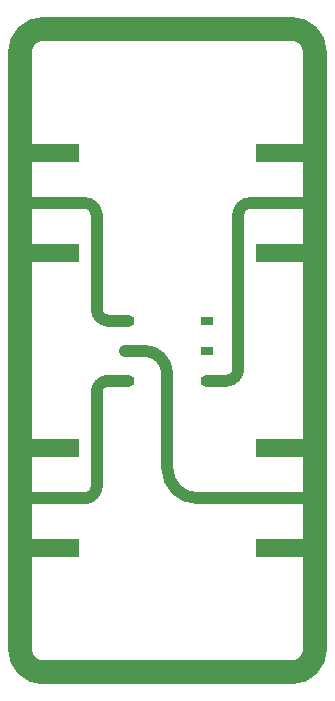
<source format=gts>
G04*
G04 #@! TF.GenerationSoftware,Altium Limited,Altium Designer,25.6.2 (33)*
G04*
G04 Layer_Color=8388736*
%FSLAX44Y44*%
%MOMM*%
G71*
G04*
G04 #@! TF.SameCoordinates,406FDB3A-8374-4AAD-B88D-9ED9193208D5*
G04*
G04*
G04 #@! TF.FilePolarity,Negative*
G04*
G01*
G75*
%ADD14R,1.0604X0.7120*%
%ADD15C,2.0000*%
%ADD16C,1.0000*%
%ADD17R,5.1500X1.5500*%
%ADD18R,5.1500X1.0500*%
D14*
X158242Y247100D02*
D03*
Y272500D02*
D03*
Y297900D02*
D03*
X91758D02*
D03*
Y272500D02*
D03*
Y247100D02*
D03*
D15*
X250000Y525000D02*
G03*
X230000Y545000I-20000J0D01*
G01*
X20000D02*
G03*
X0Y525000I0J-20000D01*
G01*
Y20000D02*
G03*
X20000Y0I20000J0D01*
G01*
X230000D02*
G03*
X250000Y20000I0J20000D01*
G01*
X20000Y545000D02*
X230000D01*
X0Y20000D02*
Y525000D01*
X20000Y0D02*
X230000D01*
X250000Y20000D02*
Y525000D01*
D16*
X175000Y247100D02*
G03*
X185000Y257100I0J10000D01*
G01*
X195000Y397500D02*
G03*
X185000Y387500I0J-10000D01*
G01*
X75000Y247100D02*
G03*
X65000Y237100I0J-10000D01*
G01*
Y307900D02*
G03*
X75000Y297900I10000J0D01*
G01*
X125000Y252694D02*
G03*
X104996Y272500I-20004J-200D01*
G01*
X125000Y172900D02*
G03*
X150400Y147500I25400J0D01*
G01*
X55000D02*
G03*
X65000Y157500I0J10000D01*
G01*
Y387500D02*
G03*
X55000Y397500I-10000J0D01*
G01*
X185000Y257100D02*
Y387500D01*
X195000Y397500D02*
X225000D01*
X158242Y247100D02*
X175000D01*
X75000D02*
X91758D01*
X65000Y157500D02*
Y237100D01*
X75000Y297900D02*
X91758D01*
X89258Y272500D02*
X104996D01*
X150400Y147500D02*
X225000D01*
X125000Y172900D02*
Y252694D01*
X25000Y147500D02*
X55000D01*
X25000Y397500D02*
X55000D01*
X65000Y307900D02*
Y387500D01*
D17*
X25000Y355000D02*
D03*
Y440000D02*
D03*
Y105000D02*
D03*
Y190000D02*
D03*
X225000D02*
D03*
Y105000D02*
D03*
Y440000D02*
D03*
Y355000D02*
D03*
D18*
X25000Y397500D02*
D03*
Y147500D02*
D03*
X225000D02*
D03*
Y397500D02*
D03*
M02*

</source>
